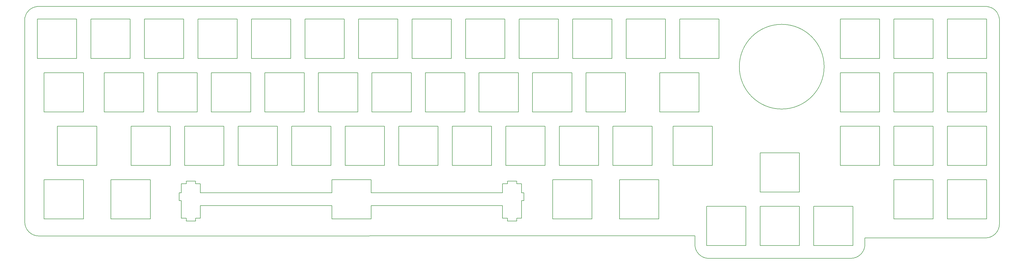
<source format=gbr>
%TF.GenerationSoftware,KiCad,Pcbnew,7.0.1*%
%TF.CreationDate,2023-04-18T10:43:34-07:00*%
%TF.ProjectId,switchplate,73776974-6368-4706-9c61-74652e6b6963,rev?*%
%TF.SameCoordinates,Original*%
%TF.FileFunction,Profile,NP*%
%FSLAX46Y46*%
G04 Gerber Fmt 4.6, Leading zero omitted, Abs format (unit mm)*
G04 Created by KiCad (PCBNEW 7.0.1) date 2023-04-18 10:43:34*
%MOMM*%
%LPD*%
G01*
G04 APERTURE LIST*
%TA.AperFunction,Profile*%
%ADD10C,0.200000*%
%TD*%
%TA.AperFunction,Profile*%
%ADD11C,0.188976*%
%TD*%
G04 APERTURE END LIST*
D10*
X250477670Y-76860000D02*
G75*
G03*
X250477670Y-76860000I-15087670J0D01*
G01*
X307863942Y-137867931D02*
G75*
G03*
X312866031Y-132868942I2058J5000031D01*
G01*
X260002478Y-145132499D02*
G75*
G03*
X265000000Y-140132478I-2478J4999999D01*
G01*
X204479980Y-140157521D02*
G75*
G03*
X209482479Y-145157519I5000020J21D01*
G01*
X-33991889Y-132159793D02*
G75*
G03*
X-28989792Y-137157903I5000001J1891D01*
G01*
X-33991889Y-132159793D02*
X-34019001Y-60395009D01*
X312866031Y-132868942D02*
X312880970Y-60395009D01*
X209482479Y-145157520D02*
X260002478Y-145132477D01*
X265000000Y-137850000D02*
X307863942Y-137867910D01*
X265000000Y-140132478D02*
X265000000Y-137850000D01*
X204480000Y-137060000D02*
X204480000Y-140157521D01*
X-28989792Y-137157903D02*
X204480000Y-137060000D01*
D11*
X308355977Y-59919009D02*
X294355977Y-59919009D01*
X308355977Y-73920007D02*
X308355977Y-59919009D01*
X294355977Y-73920007D02*
X308355977Y-73920007D01*
X294355977Y-59919009D02*
X294355977Y-73920007D01*
X289305958Y-59919009D02*
X275305958Y-59919009D01*
X289305958Y-73920007D02*
X289305958Y-59919009D01*
X275305958Y-73920007D02*
X289305958Y-73920007D01*
X275305958Y-59919009D02*
X275305958Y-73920007D01*
X270255970Y-59919009D02*
X256255970Y-59919009D01*
X270255970Y-73920007D02*
X270255970Y-59919009D01*
X256255970Y-73920007D02*
X270255970Y-73920007D01*
X256255970Y-59919009D02*
X256255970Y-73920007D01*
X213105992Y-59919009D02*
X199105992Y-59919009D01*
X213105992Y-73920007D02*
X213105992Y-59919009D01*
X199105992Y-73920007D02*
X213105992Y-73920007D01*
X199105992Y-59919009D02*
X199105992Y-73920007D01*
X194055989Y-59919009D02*
X180055989Y-59919009D01*
X194055989Y-73920007D02*
X194055989Y-59919009D01*
X180055989Y-73920007D02*
X194055989Y-73920007D01*
X180055989Y-59919009D02*
X180055989Y-73920007D01*
X175005986Y-59919009D02*
X161005986Y-59919009D01*
X175005986Y-73920007D02*
X175005986Y-59919009D01*
X161005986Y-73920007D02*
X175005986Y-73920007D01*
X161005986Y-59919009D02*
X161005986Y-73920007D01*
X155955983Y-59919009D02*
X141955983Y-59919009D01*
X155955983Y-73920007D02*
X155955983Y-59919009D01*
X141955983Y-73920007D02*
X155955983Y-73920007D01*
X141955983Y-59919009D02*
X141955983Y-73920007D01*
X136905980Y-59919009D02*
X122905980Y-59919009D01*
X136905980Y-73920007D02*
X136905980Y-59919009D01*
X122905980Y-73920007D02*
X136905980Y-73920007D01*
X122905980Y-59919009D02*
X122905980Y-73920007D01*
X117855992Y-59919009D02*
X103855992Y-59919009D01*
X117855992Y-73920007D02*
X117855992Y-59919009D01*
X103855992Y-73920007D02*
X117855992Y-73920007D01*
X103855992Y-59919009D02*
X103855992Y-73920007D01*
X98805989Y-59919009D02*
X84804989Y-59919009D01*
X98805989Y-73920007D02*
X98805989Y-59919009D01*
X84804989Y-73920007D02*
X98805989Y-73920007D01*
X84804989Y-59919009D02*
X84804989Y-73920007D01*
X79754994Y-59919009D02*
X65754994Y-59919009D01*
X79754994Y-73920007D02*
X79754994Y-59919009D01*
X65754994Y-73920007D02*
X79754994Y-73920007D01*
X65754994Y-59919009D02*
X65754994Y-73920007D01*
X60705990Y-59919009D02*
X46705990Y-59919009D01*
X60705990Y-73920007D02*
X60705990Y-59919009D01*
X46705990Y-73920007D02*
X60705990Y-73920007D01*
X46705990Y-59919009D02*
X46705990Y-73920007D01*
X41655995Y-59919009D02*
X27655995Y-59919009D01*
X41655995Y-73920007D02*
X41655995Y-59919009D01*
X27655995Y-73920007D02*
X41655995Y-73920007D01*
X27655995Y-59919009D02*
X27655995Y-73920007D01*
X22605996Y-59919009D02*
X8605996Y-59919009D01*
X22605996Y-73920007D02*
X22605996Y-59919009D01*
X8605996Y-73920007D02*
X22605996Y-73920007D01*
X8605996Y-59919009D02*
X8605996Y-73920007D01*
X3555996Y-59919009D02*
X-10444002Y-59919009D01*
X3555996Y-73920007D02*
X3555996Y-59919009D01*
X-10444002Y-73920007D02*
X3555996Y-73920007D01*
X-10444002Y-59919009D02*
X-10444002Y-73920007D01*
X-15494003Y-59919009D02*
X-29495001Y-59919009D01*
X-15494003Y-73920007D02*
X-15494003Y-59919009D01*
X-29495001Y-73920007D02*
X-15494003Y-73920007D01*
X-29495001Y-59919009D02*
X-29495001Y-73920007D01*
X308355977Y-78970008D02*
X294355977Y-78970008D01*
X308355977Y-92970006D02*
X308355977Y-78970008D01*
X294355977Y-92970006D02*
X308355977Y-92970006D01*
X294355977Y-78970008D02*
X294355977Y-92970006D01*
X289305958Y-78970008D02*
X275305958Y-78970008D01*
X289305958Y-92970006D02*
X289305958Y-78970008D01*
X275305958Y-92970006D02*
X289305958Y-92970006D01*
X275305958Y-78970008D02*
X275305958Y-92970006D01*
X270255970Y-78970008D02*
X256255970Y-78970008D01*
X270255970Y-92970006D02*
X270255970Y-78970008D01*
X256255970Y-92970006D02*
X270255970Y-92970006D01*
X256255970Y-78970008D02*
X256255970Y-92970006D01*
X205961979Y-78970008D02*
X191961979Y-78970008D01*
X205961979Y-92970006D02*
X205961979Y-78970008D01*
X191961979Y-92970006D02*
X205961979Y-92970006D01*
X191961979Y-78970008D02*
X191961979Y-92970006D01*
X179767979Y-78970008D02*
X165767979Y-78970008D01*
X179767979Y-92970006D02*
X179767979Y-78970008D01*
X165767979Y-92970006D02*
X179767979Y-92970006D01*
X165767979Y-78970008D02*
X165767979Y-92970006D01*
X160717991Y-78970008D02*
X146717991Y-78970008D01*
X160717991Y-92970006D02*
X160717991Y-78970008D01*
X146717991Y-92970006D02*
X160717991Y-92970006D01*
X146717991Y-78970008D02*
X146717991Y-92970006D01*
X141667988Y-78970008D02*
X127667988Y-78970008D01*
X141667988Y-92970006D02*
X141667988Y-78970008D01*
X127667988Y-92970006D02*
X141667988Y-92970006D01*
X127667988Y-78970008D02*
X127667988Y-92970006D01*
X122617985Y-78970008D02*
X108617985Y-78970008D01*
X122617985Y-92970006D02*
X122617985Y-78970008D01*
X108617985Y-92970006D02*
X122617985Y-92970006D01*
X108617985Y-78970008D02*
X108617985Y-92970006D01*
X103567982Y-78970008D02*
X89566990Y-78970008D01*
X103567982Y-92970006D02*
X103567982Y-78970008D01*
X89566990Y-92970006D02*
X103567982Y-92970006D01*
X89566990Y-78970008D02*
X89566990Y-92970006D01*
X84517994Y-78970008D02*
X70517994Y-78970008D01*
X84517994Y-92970006D02*
X84517994Y-78970008D01*
X70517994Y-92970006D02*
X84517994Y-92970006D01*
X70517994Y-78970008D02*
X70517994Y-92970006D01*
X65467991Y-78970008D02*
X51467991Y-78970008D01*
X65467991Y-92970006D02*
X65467991Y-78970008D01*
X51467991Y-92970006D02*
X65467991Y-92970006D01*
X51467991Y-78970008D02*
X51467991Y-92970006D01*
X46417996Y-78970008D02*
X32417996Y-78970008D01*
X46417996Y-92970006D02*
X46417996Y-78970008D01*
X32417996Y-92970006D02*
X46417996Y-92970006D01*
X32417996Y-78970008D02*
X32417996Y-92970006D01*
X27367993Y-78970008D02*
X13367997Y-78970008D01*
X27367993Y-92970006D02*
X27367993Y-78970008D01*
X13367997Y-92970006D02*
X27367993Y-92970006D01*
X13367997Y-78970008D02*
X13367997Y-92970006D01*
X8317997Y-78970008D02*
X-5682003Y-78970008D01*
X8317997Y-92970006D02*
X8317997Y-78970008D01*
X-5682003Y-92970006D02*
X8317997Y-92970006D01*
X-5682003Y-78970008D02*
X-5682003Y-92970006D01*
X-13113002Y-78970008D02*
X-27113001Y-78970008D01*
X-13113002Y-92970006D02*
X-13113002Y-78970008D01*
X-27113001Y-92970006D02*
X-13113002Y-92970006D01*
X-27113001Y-78970008D02*
X-27113001Y-92970006D01*
X308355977Y-98020006D02*
X294355977Y-98020006D01*
X308355977Y-112020006D02*
X308355977Y-98020006D01*
X294355977Y-112020006D02*
X308355977Y-112020006D01*
X294355977Y-98020006D02*
X294355977Y-112020006D01*
X289305958Y-98020006D02*
X275305958Y-98020006D01*
X289305958Y-112020006D02*
X289305958Y-98020006D01*
X275305958Y-112020006D02*
X289305958Y-112020006D01*
X275305958Y-98020006D02*
X275305958Y-112020006D01*
X270255970Y-98020006D02*
X256255970Y-98020006D01*
X270255970Y-112020006D02*
X270255970Y-98020006D01*
X256255970Y-112020006D02*
X270255970Y-112020006D01*
X256255970Y-98020006D02*
X256255970Y-112020006D01*
X210723988Y-98020006D02*
X196723988Y-98020006D01*
X210723988Y-112020006D02*
X210723988Y-98020006D01*
X196723988Y-112020006D02*
X210723988Y-112020006D01*
X196723988Y-98020006D02*
X196723988Y-112020006D01*
X189292988Y-98020006D02*
X175292988Y-98020006D01*
X189292988Y-112020006D02*
X189292988Y-98020006D01*
X175292988Y-112020006D02*
X189292988Y-112020006D01*
X175292988Y-98020006D02*
X175292988Y-112020006D01*
X170242985Y-98020006D02*
X156242985Y-98020006D01*
X170242985Y-112020006D02*
X170242985Y-98020006D01*
X156242985Y-112020006D02*
X170242985Y-112020006D01*
X156242985Y-98020006D02*
X156242985Y-112020006D01*
X151192982Y-98020006D02*
X137192982Y-98020006D01*
X151192982Y-112020006D02*
X151192982Y-98020006D01*
X137192982Y-112020006D02*
X151192982Y-112020006D01*
X137192982Y-98020006D02*
X137192982Y-112020006D01*
X132142979Y-98020006D02*
X118142979Y-98020006D01*
X132142979Y-112020006D02*
X132142979Y-98020006D01*
X118142979Y-112020006D02*
X132142979Y-112020006D01*
X118142979Y-98020006D02*
X118142979Y-112020006D01*
X113092991Y-98020006D02*
X99092991Y-98020006D01*
X113092991Y-112020006D02*
X113092991Y-98020006D01*
X99092991Y-112020006D02*
X113092991Y-112020006D01*
X99092991Y-98020006D02*
X99092991Y-112020006D01*
X94042988Y-98020006D02*
X80042996Y-98020006D01*
X94042988Y-112020006D02*
X94042988Y-98020006D01*
X80042996Y-112020006D02*
X94042988Y-112020006D01*
X80042996Y-98020006D02*
X80042996Y-112020006D01*
X74992993Y-98020006D02*
X60992993Y-98020006D01*
X74992993Y-112020006D02*
X74992993Y-98020006D01*
X60992993Y-112020006D02*
X74992993Y-112020006D01*
X60992993Y-98020006D02*
X60992993Y-112020006D01*
X55942990Y-98020006D02*
X41942990Y-98020006D01*
X55942990Y-112020006D02*
X55942990Y-98020006D01*
X41942990Y-112020006D02*
X55942990Y-112020006D01*
X41942990Y-98020006D02*
X41942990Y-112020006D01*
X36892994Y-98020006D02*
X22892994Y-98020006D01*
X36892994Y-112020006D02*
X36892994Y-98020006D01*
X22892994Y-112020006D02*
X36892994Y-112020006D01*
X22892994Y-98020006D02*
X22892994Y-112020006D01*
X17842995Y-98020006D02*
X3842995Y-98020006D01*
X17842995Y-112020006D02*
X17842995Y-98020006D01*
X3842995Y-112020006D02*
X17842995Y-112020006D01*
X3842995Y-98020006D02*
X3842995Y-112020006D01*
X-8351001Y-98020006D02*
X-22351001Y-98020006D01*
X-8351001Y-112020006D02*
X-8351001Y-98020006D01*
X-22351001Y-112020006D02*
X-8351001Y-112020006D01*
X-22351001Y-98020006D02*
X-22351001Y-112020006D01*
X241680958Y-107545007D02*
X227680958Y-107545007D01*
X241680958Y-121545003D02*
X241680958Y-107545007D01*
X227680958Y-121545003D02*
X241680958Y-121545003D01*
X227680958Y-107545007D02*
X227680958Y-121545003D01*
X308355977Y-117070005D02*
X294355977Y-117070005D01*
X308355977Y-131070005D02*
X308355977Y-117070005D01*
X294355977Y-131070005D02*
X308355977Y-131070005D01*
X294355977Y-117070005D02*
X294355977Y-131070005D01*
X289305958Y-117070005D02*
X275305958Y-117070005D01*
X289305958Y-131070005D02*
X289305958Y-117070005D01*
X275305958Y-131070005D02*
X289305958Y-131070005D01*
X275305958Y-117070005D02*
X275305958Y-131070005D01*
X191673985Y-117070005D02*
X177673985Y-117070005D01*
X191673985Y-131070005D02*
X191673985Y-117070005D01*
X177673985Y-131070005D02*
X191673985Y-131070005D01*
X177673985Y-117070005D02*
X177673985Y-131070005D01*
X167861989Y-117070005D02*
X153861989Y-117070005D01*
X167861989Y-131070005D02*
X167861989Y-117070005D01*
X153861989Y-131070005D02*
X167861989Y-131070005D01*
X153861989Y-117070005D02*
X153861989Y-131070005D01*
X10698998Y-117070005D02*
X-3301002Y-117070005D01*
X10698998Y-131070005D02*
X10698998Y-117070005D01*
X-3301002Y-131070005D02*
X10698998Y-131070005D01*
X-3301002Y-117070005D02*
X-3301002Y-131070005D01*
X-13113002Y-117070005D02*
X-27113001Y-117070005D01*
X-13113002Y-131070005D02*
X-13113002Y-117070005D01*
X-27113001Y-131070005D02*
X-13113002Y-131070005D01*
X-27113001Y-117070005D02*
X-27113001Y-131070005D01*
X89280980Y-117070005D02*
X75280995Y-117070005D01*
X89280980Y-121770002D02*
X89280980Y-117070005D01*
X136055989Y-121770002D02*
X89280980Y-121770002D01*
X136055989Y-118540006D02*
X136055989Y-121770002D01*
X137780980Y-118540006D02*
X136055989Y-118540006D01*
X137780980Y-117620000D02*
X137780980Y-118540006D01*
X141080983Y-117620000D02*
X137780980Y-117620000D01*
X141080983Y-118540006D02*
X141080983Y-117620000D01*
X142805989Y-118540006D02*
X141080983Y-118540006D01*
X142805989Y-121770002D02*
X142805989Y-118540006D01*
X143630986Y-121770002D02*
X142805989Y-121770002D01*
X143630986Y-124570005D02*
X143630986Y-121770002D01*
X142805989Y-124570005D02*
X143630986Y-124570005D01*
X142805989Y-130840002D02*
X142805989Y-124570005D01*
X141080983Y-130840002D02*
X142805989Y-130840002D01*
X141080983Y-131820005D02*
X141080983Y-130840002D01*
X137780980Y-131820005D02*
X141080983Y-131820005D01*
X137780980Y-130840002D02*
X137780980Y-131820005D01*
X136055989Y-130840002D02*
X137780980Y-130840002D01*
X136055989Y-126370000D02*
X136055989Y-130840002D01*
X89280980Y-126370000D02*
X136055989Y-126370000D01*
X89280980Y-131070005D02*
X89280980Y-126370000D01*
X75280995Y-131070005D02*
X89280980Y-131070005D01*
X75280995Y-126370000D02*
X75280995Y-131070005D01*
X28505993Y-126370000D02*
X75280995Y-126370000D01*
X28505993Y-130840002D02*
X28505993Y-126370000D01*
X26780995Y-130840002D02*
X28505993Y-130840002D01*
X26780995Y-131820005D02*
X26780995Y-130840002D01*
X23480996Y-131820005D02*
X26780995Y-131820005D01*
X23480996Y-130840002D02*
X23480996Y-131820005D01*
X21755997Y-130840002D02*
X23480996Y-130840002D01*
X21755997Y-124570005D02*
X21755997Y-130840002D01*
X20929997Y-124570005D02*
X21755997Y-124570005D01*
X20929997Y-121770002D02*
X20929997Y-124570005D01*
X21755997Y-121770002D02*
X20929997Y-121770002D01*
X21755997Y-118540006D02*
X21755997Y-121770002D01*
X23480996Y-118540006D02*
X21755997Y-118540006D01*
X23480996Y-117620000D02*
X23480996Y-118540006D01*
X26780995Y-117620000D02*
X23480996Y-117620000D01*
X26780995Y-118540006D02*
X26780995Y-117620000D01*
X28505993Y-118540006D02*
X26780995Y-118540006D01*
X28505993Y-121770002D02*
X28505993Y-118540006D01*
X75280995Y-121770002D02*
X28505993Y-121770002D01*
X75280995Y-117070005D02*
X75280995Y-121770002D01*
X260730977Y-126594999D02*
X246730977Y-126594999D01*
X260730977Y-140594999D02*
X260730977Y-126594999D01*
X246730977Y-140594999D02*
X260730977Y-140594999D01*
X246730977Y-126594999D02*
X246730977Y-140594999D01*
X241680958Y-126594999D02*
X227680958Y-126594999D01*
X241680958Y-140594999D02*
X241680958Y-126594999D01*
X227680958Y-140594999D02*
X241680958Y-140594999D01*
X227680958Y-126594999D02*
X227680958Y-140594999D01*
X222629963Y-126594999D02*
X208630986Y-126594999D01*
X222629963Y-140594999D02*
X222629963Y-126594999D01*
X208630986Y-140594999D02*
X222629963Y-140594999D01*
X208630986Y-126594999D02*
X208630986Y-140594999D01*
X-29019001Y-55394010D02*
X307881978Y-55395009D01*
X-29412001Y-55410009D02*
X-29019001Y-55394010D01*
X-29802001Y-55456009D02*
X-29412001Y-55410009D01*
X-30187001Y-55533009D02*
X-29802001Y-55456009D01*
X-30565001Y-55639009D02*
X-30187001Y-55533009D01*
X-30933001Y-55775010D02*
X-30565001Y-55639009D01*
X-31289001Y-55939010D02*
X-30933001Y-55775010D01*
X-31632000Y-56131010D02*
X-31289001Y-55939010D01*
X-31958001Y-56349009D02*
X-31632000Y-56131010D01*
X-32267001Y-56592009D02*
X-31958001Y-56349009D01*
X-32555000Y-56859010D02*
X-32267001Y-56592009D01*
X-32822001Y-57147009D02*
X-32555000Y-56859010D01*
X-33065001Y-57456009D02*
X-32822001Y-57147009D01*
X-33283000Y-57782010D02*
X-33065001Y-57456009D01*
X-33475000Y-58125009D02*
X-33283000Y-57782010D01*
X-33639000Y-58481009D02*
X-33475000Y-58125009D01*
X-33775001Y-58849009D02*
X-33639000Y-58481009D01*
X-33881001Y-59227009D02*
X-33775001Y-58849009D01*
X-33958001Y-59612009D02*
X-33881001Y-59227009D01*
X-34004001Y-60002009D02*
X-33958001Y-59612009D01*
X-34019001Y-60395009D02*
X-34004001Y-60002009D01*
X312865956Y-60002009D02*
X312880970Y-60395009D01*
X312819966Y-59612009D02*
X312865956Y-60002009D01*
X312742970Y-59227009D02*
X312819966Y-59612009D01*
X312636982Y-58849009D02*
X312742970Y-59227009D01*
X312500966Y-58481009D02*
X312636982Y-58849009D01*
X312336964Y-58125009D02*
X312500966Y-58481009D01*
X312144978Y-57782010D02*
X312336964Y-58125009D01*
X311926960Y-57456009D02*
X312144978Y-57782010D01*
X311683979Y-57147009D02*
X311926960Y-57456009D01*
X311416981Y-56859010D02*
X311683979Y-57147009D01*
X311128956Y-56592009D02*
X311416981Y-56859010D01*
X310819966Y-56349009D02*
X311128956Y-56592009D01*
X310493977Y-56131010D02*
X310819966Y-56349009D01*
X310150959Y-55939010D02*
X310493977Y-56131010D01*
X309794972Y-55775010D02*
X310150959Y-55939010D01*
X309426960Y-55639009D02*
X309794972Y-55775010D01*
X309048970Y-55533009D02*
X309426960Y-55639009D01*
X308663960Y-55456009D02*
X309048970Y-55533009D01*
X308273976Y-55410009D02*
X308663960Y-55456009D01*
X307881978Y-55395009D02*
X308273976Y-55410009D01*
M02*

</source>
